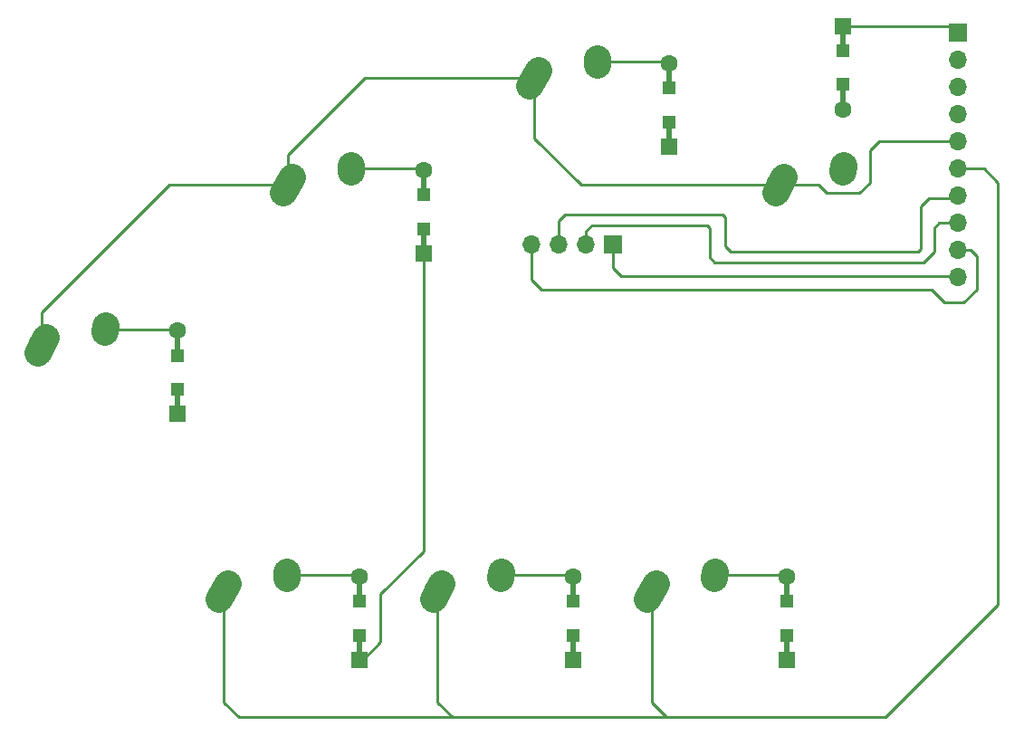
<source format=gbr>
G04 #@! TF.GenerationSoftware,KiCad,Pcbnew,(5.1.2)-2*
G04 #@! TF.CreationDate,2019-07-07T18:03:19+10:00*
G04 #@! TF.ProjectId,Left_Combined_Micro,4c656674-5f43-46f6-9d62-696e65645f4d,rev?*
G04 #@! TF.SameCoordinates,Original*
G04 #@! TF.FileFunction,Copper,L1,Top*
G04 #@! TF.FilePolarity,Positive*
%FSLAX46Y46*%
G04 Gerber Fmt 4.6, Leading zero omitted, Abs format (unit mm)*
G04 Created by KiCad (PCBNEW (5.1.2)-2) date 2019-07-07 18:03:19*
%MOMM*%
%LPD*%
G04 APERTURE LIST*
%ADD10R,1.200000X1.200000*%
%ADD11R,1.600000X1.600000*%
%ADD12C,1.600000*%
%ADD13R,0.500000X2.500000*%
%ADD14R,1.700000X1.700000*%
%ADD15O,1.700000X1.700000*%
%ADD16C,2.500000*%
%ADD17C,2.500000*%
%ADD18C,0.250000*%
G04 APERTURE END LIST*
D10*
X184000000Y-37325000D03*
X184000000Y-34175000D03*
D11*
X184000000Y-31850000D03*
D12*
X184000000Y-39650000D03*
D13*
X184000000Y-33050000D03*
X184000000Y-38450000D03*
D10*
X167750000Y-37675000D03*
X167750000Y-40825000D03*
D11*
X167750000Y-43150000D03*
D12*
X167750000Y-35350000D03*
D13*
X167750000Y-41950000D03*
X167750000Y-36550000D03*
D10*
X144750000Y-47675000D03*
X144750000Y-50825000D03*
D11*
X144750000Y-53150000D03*
D12*
X144750000Y-45350000D03*
D13*
X144750000Y-51950000D03*
X144750000Y-46550000D03*
D10*
X121750000Y-62675000D03*
X121750000Y-65825000D03*
D11*
X121750000Y-68150000D03*
D12*
X121750000Y-60350000D03*
D13*
X121750000Y-66950000D03*
X121750000Y-61550000D03*
D10*
X178750000Y-85675000D03*
X178750000Y-88825000D03*
D11*
X178750000Y-91150000D03*
D12*
X178750000Y-83350000D03*
D13*
X178750000Y-89950000D03*
X178750000Y-84550000D03*
D10*
X158750000Y-85675000D03*
X158750000Y-88825000D03*
D11*
X158750000Y-91150000D03*
D12*
X158750000Y-83350000D03*
D13*
X158750000Y-89950000D03*
X158750000Y-84550000D03*
D10*
X138750000Y-85675000D03*
X138750000Y-88825000D03*
D11*
X138750000Y-91150000D03*
D12*
X138750000Y-83350000D03*
D13*
X138750000Y-89950000D03*
X138750000Y-84550000D03*
D14*
X194750000Y-32500000D03*
D15*
X194750000Y-35040000D03*
X194750000Y-37580000D03*
X194750000Y-40120000D03*
X194750000Y-42660000D03*
X194750000Y-45200000D03*
X194750000Y-47740000D03*
X194750000Y-50280000D03*
X194750000Y-52820000D03*
X194750000Y-55360000D03*
D14*
X162500000Y-52250000D03*
D15*
X159960000Y-52250000D03*
X157420000Y-52250000D03*
X154880000Y-52250000D03*
D16*
X178095000Y-46730000D03*
D17*
X178500453Y-46000046D02*
X177689547Y-47459954D01*
D16*
X184020000Y-45210000D03*
D17*
X184039724Y-44920672D02*
X184000276Y-45499328D01*
D16*
X155095000Y-36730000D03*
D17*
X155500453Y-36000046D02*
X154689547Y-37459954D01*
D16*
X161020000Y-35210000D03*
D17*
X161039724Y-34920672D02*
X161000276Y-35499328D01*
D16*
X132095000Y-46730000D03*
D17*
X132500453Y-46000046D02*
X131689547Y-47459954D01*
D16*
X138020000Y-45210000D03*
D17*
X138039724Y-44920672D02*
X138000276Y-45499328D01*
D16*
X109095000Y-61730000D03*
D17*
X109500453Y-61000046D02*
X108689547Y-62459954D01*
D16*
X115020000Y-60210000D03*
D17*
X115039724Y-59920672D02*
X115000276Y-60499328D01*
D16*
X166095000Y-84730000D03*
D17*
X166500453Y-84000046D02*
X165689547Y-85459954D01*
D16*
X172020000Y-83210000D03*
D17*
X172039724Y-82920672D02*
X172000276Y-83499328D01*
D16*
X146095000Y-84730000D03*
D17*
X146500453Y-84000046D02*
X145689547Y-85459954D01*
D16*
X152020000Y-83210000D03*
D17*
X152039724Y-82920672D02*
X152000276Y-83499328D01*
D16*
X126095000Y-84730000D03*
D17*
X126500453Y-84000046D02*
X125689547Y-85459954D01*
D16*
X132020000Y-83210000D03*
D17*
X132039724Y-82920672D02*
X132000276Y-83499328D01*
D18*
X184000000Y-31850000D02*
X194100000Y-31850000D01*
X194100000Y-31850000D02*
X194750000Y-32500000D01*
X161020000Y-35210000D02*
X167610000Y-35210000D01*
X167610000Y-35210000D02*
X167750000Y-35350000D01*
X138020000Y-45210000D02*
X144610000Y-45210000D01*
X144610000Y-45210000D02*
X144750000Y-45350000D01*
X144750000Y-53150000D02*
X144750000Y-81000000D01*
X140750000Y-89500000D02*
X139100000Y-91150000D01*
X140750000Y-85000000D02*
X140750000Y-89500000D01*
X144750000Y-81000000D02*
X140750000Y-85000000D01*
X139100000Y-91150000D02*
X138750000Y-91150000D01*
X115020000Y-60210000D02*
X121610000Y-60210000D01*
X121610000Y-60210000D02*
X121750000Y-60350000D01*
X172020000Y-83210000D02*
X178610000Y-83210000D01*
X178610000Y-83210000D02*
X178750000Y-83350000D01*
X152020000Y-83210000D02*
X158610000Y-83210000D01*
X158610000Y-83210000D02*
X158750000Y-83350000D01*
X132020000Y-83210000D02*
X138610000Y-83210000D01*
X138610000Y-83210000D02*
X138750000Y-83350000D01*
X155095000Y-36730000D02*
X155095000Y-42345000D01*
X159480000Y-46730000D02*
X178095000Y-46730000D01*
X155095000Y-42345000D02*
X159480000Y-46730000D01*
X132095000Y-46730000D02*
X132095000Y-43905000D01*
X139270000Y-36730000D02*
X155095000Y-36730000D01*
X132095000Y-43905000D02*
X139270000Y-36730000D01*
X109095000Y-61730000D02*
X109095000Y-58655000D01*
X121020000Y-46730000D02*
X132095000Y-46730000D01*
X109095000Y-58655000D02*
X121020000Y-46730000D01*
X178095000Y-46730000D02*
X181730000Y-46730000D01*
X181730000Y-46730000D02*
X182500000Y-47500000D01*
X182500000Y-47500000D02*
X185500000Y-47500000D01*
X185500000Y-47500000D02*
X186500000Y-46500000D01*
X186500000Y-46500000D02*
X186500000Y-43500000D01*
X186500000Y-43500000D02*
X187340000Y-42660000D01*
X187340000Y-42660000D02*
X194750000Y-42660000D01*
X166095000Y-84730000D02*
X166095000Y-95095000D01*
X166095000Y-95095000D02*
X167500000Y-96500000D01*
X146095000Y-84730000D02*
X146095000Y-95095000D01*
X146095000Y-95095000D02*
X147500000Y-96500000D01*
X126095000Y-84730000D02*
X126095000Y-95095000D01*
X197200000Y-45200000D02*
X194750000Y-45200000D01*
X198500000Y-46500000D02*
X197200000Y-45200000D01*
X198500000Y-86000000D02*
X198500000Y-46500000D01*
X188000000Y-96500000D02*
X198500000Y-86000000D01*
X127500000Y-96500000D02*
X147500000Y-96500000D01*
X147500000Y-96500000D02*
X167500000Y-96500000D01*
X167500000Y-96500000D02*
X188000000Y-96500000D01*
X126095000Y-95095000D02*
X127500000Y-96500000D01*
X157420000Y-52250000D02*
X157420000Y-50080000D01*
X192000000Y-48000000D02*
X194490000Y-48000000D01*
X191250000Y-48750000D02*
X192000000Y-48000000D01*
X191250000Y-52750000D02*
X191250000Y-48750000D01*
X191000000Y-53000000D02*
X191250000Y-52750000D01*
X173500000Y-53000000D02*
X191000000Y-53000000D01*
X173000000Y-52500000D02*
X173500000Y-53000000D01*
X173000000Y-49750000D02*
X173000000Y-52500000D01*
X172750000Y-49500000D02*
X173000000Y-49750000D01*
X158000000Y-49500000D02*
X172750000Y-49500000D01*
X157420000Y-50080000D02*
X158000000Y-49500000D01*
X194490000Y-48000000D02*
X194750000Y-47740000D01*
X159960000Y-52250000D02*
X159960000Y-51040000D01*
X192970000Y-50280000D02*
X194750000Y-50280000D01*
X192500000Y-50750000D02*
X192970000Y-50280000D01*
X192500000Y-53000000D02*
X192500000Y-50750000D01*
X191500000Y-54000000D02*
X192500000Y-53000000D01*
X172000000Y-54000000D02*
X191500000Y-54000000D01*
X171500000Y-53500000D02*
X172000000Y-54000000D01*
X171500000Y-50750000D02*
X171500000Y-53500000D01*
X171250000Y-50500000D02*
X171500000Y-50750000D01*
X160500000Y-50500000D02*
X171250000Y-50500000D01*
X159960000Y-51040000D02*
X160500000Y-50500000D01*
X193500000Y-57750000D02*
X195250000Y-57750000D01*
X154880000Y-55630000D02*
X155750000Y-56500000D01*
X155750000Y-56500000D02*
X192250000Y-56500000D01*
X192250000Y-56500000D02*
X193500000Y-57750000D01*
X154880000Y-52250000D02*
X154880000Y-55630000D01*
X195930000Y-52820000D02*
X196500000Y-53390000D01*
X196500000Y-53390000D02*
X196500000Y-56500000D01*
X196500000Y-56500000D02*
X195250000Y-57750000D01*
X195930000Y-52820000D02*
X194750000Y-52820000D01*
X162500000Y-52250000D02*
X162500000Y-54500000D01*
X163250000Y-55250000D02*
X194640000Y-55250000D01*
X162500000Y-54500000D02*
X163250000Y-55250000D01*
X194640000Y-55250000D02*
X194750000Y-55360000D01*
M02*

</source>
